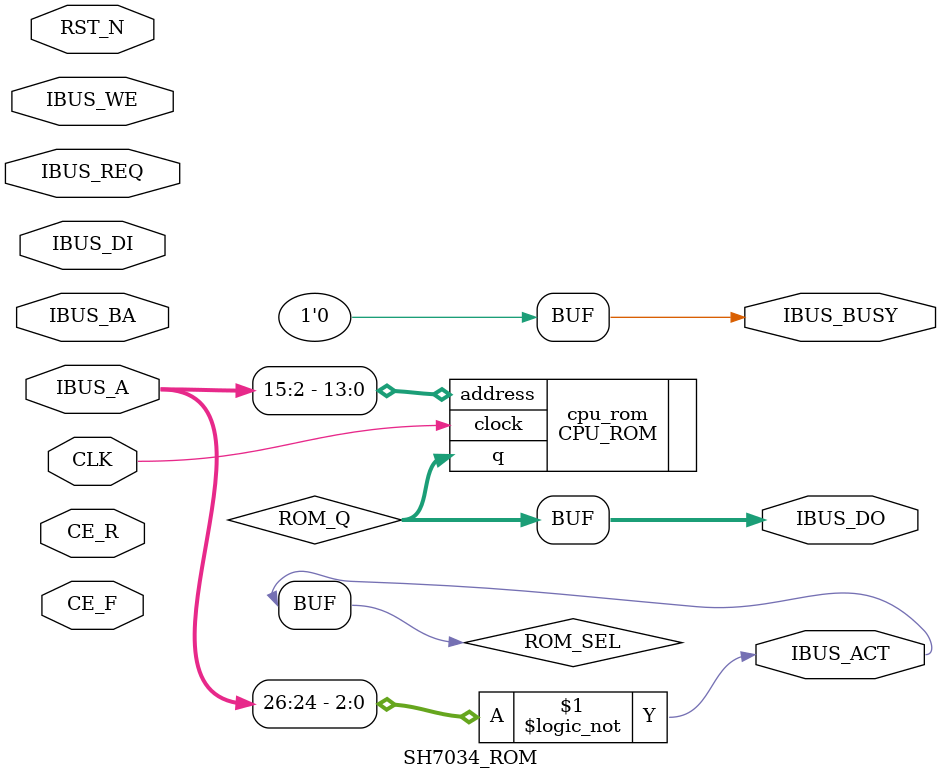
<source format=sv>
module SH7034_ROM 
#(
	parameter rom_file = ""
)
(
	input             CLK,
	input             RST_N,
	input             CE_R,
	input             CE_F,
	
	input      [27:0] IBUS_A,
	input      [31:0] IBUS_DI,
	output     [31:0] IBUS_DO,
	input       [3:0] IBUS_BA,
	input             IBUS_WE,
	input             IBUS_REQ,
	output            IBUS_BUSY,
	output            IBUS_ACT
);
	
	wire ROM_SEL = (IBUS_A[26:24] == 3'h0);
	bit [31:0] ROM_Q;
	CPU_ROM #(rom_file) cpu_rom
	(
		.clock(CLK),
		.address(IBUS_A[15:2]),
		.q(ROM_Q)
	);
	
	assign IBUS_DO = ROM_Q;
	assign IBUS_BUSY = 0;
	assign IBUS_ACT = ROM_SEL;
	
endmodule

</source>
